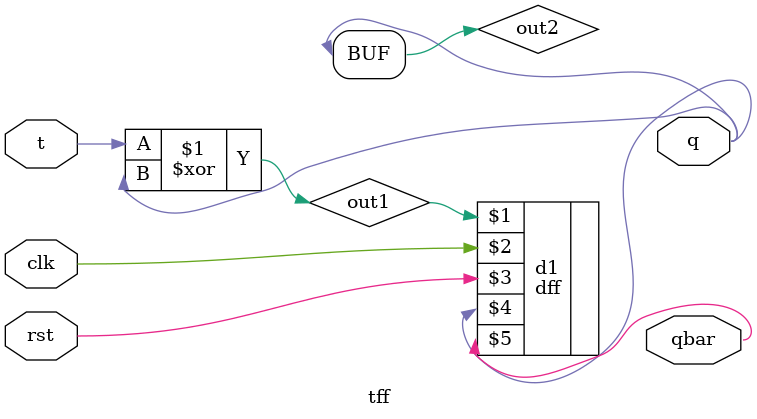
<source format=v>
module tff(input t,clk,rst,output q,qbar);
wire out1,out2;
assign out1 = t^out2;
dff d1(out1,clk,rst,q,qbar);
assign q = out2;
//assign qbar = ~q;
endmodule

</source>
